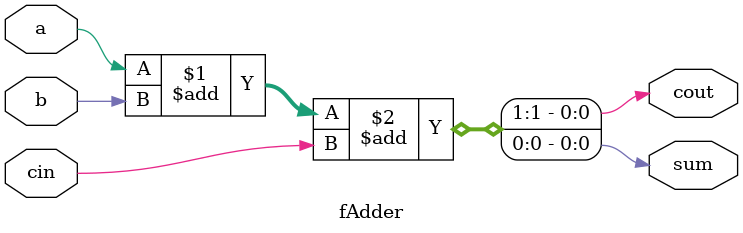
<source format=v>

module fAdder (
	input a, b, cin,
	output sum, cout
);

assign {cout, sum} = a + b + cin;

endmodule

</source>
